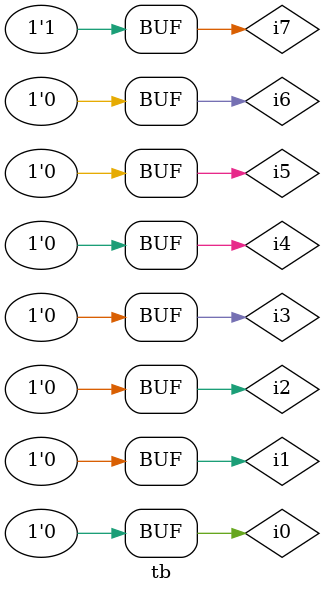
<source format=sv>
module tb();
 wire y0,y1,y2;
 reg  i0,i1,i2,i3,i4,i5,i6,i7;
  
  enc_8x3  enc_8x3_inst(.y0(y0),.y1(y1),.y2(y2),.i0(i0),.i1(i1),.i2(i2),.i3(i3),.i4(i4),.i5(i5),.i6(i6),.i7(i7));
  initial
  begin 
  $monitor("t=%0t,i0=%b, i1=%b, i2=%b, i3=%b, i4=%b, i5=%b, i6=%b, i7=%b, y0=%b, y1=%b, y2=%b", $time,i0,i1,i2,i3,i4,i5,i6,i7,y0,y1,y2);
    
    #5 i7=0; i6=0; i5=0; i4=0; i3=0; i2=0; i1=0; i0=1;
    #5 i7=0; i6=0; i5=0; i4=0; i3=0; i2=0; i1=1; i0=0;
    #5 i7=0; i6=0; i5=0; i4=0; i3=0; i2=1; i1=0; i0=1;
    #5 i7=0; i6=0; i5=0; i4=0; i3=1; i2=0; i1=0; i0=1;
    
    #5 i7=0; i6=0; i5=0; i4=1; i3=0; i2=0; i1=0; i0=0;
    #5 i7=0; i6=0; i5=1; i4=0; i3=0; i2=0; i1=0; i0=0;
    #5 i7=0; i6=1; i5=0; i4=0; i3=0; i2=0; i1=0; i0=0;
    #5 i7=1; i6=0; i5=0; i4=0; i3=0; i2=0; i1=0; i0=0;
    
  end
  
  initial
    begin
      $dumpfile("dump.vcd");
      $dumpvars(1);
    end
endmodule
  
  
              
              
              
             
</source>
